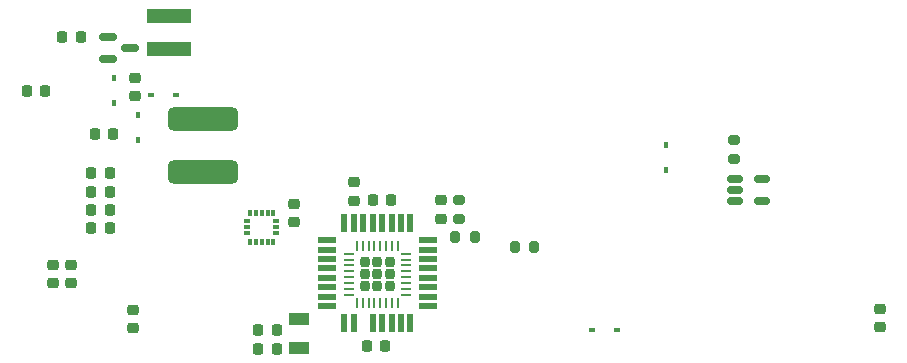
<source format=gbr>
%TF.GenerationSoftware,KiCad,Pcbnew,(6.0.1)*%
%TF.CreationDate,2022-04-20T12:26:56-06:00*%
%TF.ProjectId,SolarGPS,536f6c61-7247-4505-932e-6b696361645f,rev?*%
%TF.SameCoordinates,Original*%
%TF.FileFunction,Paste,Bot*%
%TF.FilePolarity,Positive*%
%FSLAX46Y46*%
G04 Gerber Fmt 4.6, Leading zero omitted, Abs format (unit mm)*
G04 Created by KiCad (PCBNEW (6.0.1)) date 2022-04-20 12:26:56*
%MOMM*%
%LPD*%
G01*
G04 APERTURE LIST*
G04 Aperture macros list*
%AMRoundRect*
0 Rectangle with rounded corners*
0 $1 Rounding radius*
0 $2 $3 $4 $5 $6 $7 $8 $9 X,Y pos of 4 corners*
0 Add a 4 corners polygon primitive as box body*
4,1,4,$2,$3,$4,$5,$6,$7,$8,$9,$2,$3,0*
0 Add four circle primitives for the rounded corners*
1,1,$1+$1,$2,$3*
1,1,$1+$1,$4,$5*
1,1,$1+$1,$6,$7*
1,1,$1+$1,$8,$9*
0 Add four rect primitives between the rounded corners*
20,1,$1+$1,$2,$3,$4,$5,0*
20,1,$1+$1,$4,$5,$6,$7,0*
20,1,$1+$1,$6,$7,$8,$9,0*
20,1,$1+$1,$8,$9,$2,$3,0*%
G04 Aperture macros list end*
%ADD10RoundRect,0.218750X-0.218750X-0.256250X0.218750X-0.256250X0.218750X0.256250X-0.218750X0.256250X0*%
%ADD11RoundRect,0.225000X-0.250000X0.225000X-0.250000X-0.225000X0.250000X-0.225000X0.250000X0.225000X0*%
%ADD12RoundRect,0.218750X0.218750X0.256250X-0.218750X0.256250X-0.218750X-0.256250X0.218750X-0.256250X0*%
%ADD13RoundRect,0.087500X0.087500X-0.187500X0.087500X0.187500X-0.087500X0.187500X-0.087500X-0.187500X0*%
%ADD14RoundRect,0.087500X0.187500X-0.087500X0.187500X0.087500X-0.187500X0.087500X-0.187500X-0.087500X0*%
%ADD15RoundRect,0.200000X-0.275000X0.200000X-0.275000X-0.200000X0.275000X-0.200000X0.275000X0.200000X0*%
%ADD16RoundRect,0.200000X-0.200000X-0.275000X0.200000X-0.275000X0.200000X0.275000X-0.200000X0.275000X0*%
%ADD17RoundRect,0.225000X0.225000X0.250000X-0.225000X0.250000X-0.225000X-0.250000X0.225000X-0.250000X0*%
%ADD18RoundRect,0.207500X0.207500X-0.207500X0.207500X0.207500X-0.207500X0.207500X-0.207500X-0.207500X0*%
%ADD19RoundRect,0.062500X0.062500X-0.375000X0.062500X0.375000X-0.062500X0.375000X-0.062500X-0.375000X0*%
%ADD20RoundRect,0.062500X0.375000X-0.062500X0.375000X0.062500X-0.375000X0.062500X-0.375000X-0.062500X0*%
%ADD21R,0.550000X1.600000*%
%ADD22R,1.600000X0.550000*%
%ADD23RoundRect,0.225000X0.250000X-0.225000X0.250000X0.225000X-0.250000X0.225000X-0.250000X-0.225000X0*%
%ADD24RoundRect,0.225000X-0.225000X-0.250000X0.225000X-0.250000X0.225000X0.250000X-0.225000X0.250000X0*%
%ADD25R,0.600000X0.450000*%
%ADD26RoundRect,0.500000X-2.500000X-0.500000X2.500000X-0.500000X2.500000X0.500000X-2.500000X0.500000X0*%
%ADD27R,0.450000X0.600000*%
%ADD28RoundRect,0.150000X-0.512500X-0.150000X0.512500X-0.150000X0.512500X0.150000X-0.512500X0.150000X0*%
%ADD29RoundRect,0.200000X0.200000X0.275000X-0.200000X0.275000X-0.200000X-0.275000X0.200000X-0.275000X0*%
%ADD30R,3.700000X1.200000*%
%ADD31RoundRect,0.150000X-0.587500X-0.150000X0.587500X-0.150000X0.587500X0.150000X-0.587500X0.150000X0*%
%ADD32R,1.800000X1.000000*%
G04 APERTURE END LIST*
D10*
%TO.C,R3*%
X58612500Y-54800000D03*
X60187500Y-54800000D03*
%TD*%
D11*
%TO.C,C5*%
X127850000Y-77825000D03*
X127850000Y-79375000D03*
%TD*%
D12*
%TO.C,C9*%
X57187500Y-59400000D03*
X55612500Y-59400000D03*
%TD*%
%TO.C,C20*%
X62937500Y-63050000D03*
X61362500Y-63050000D03*
%TD*%
D11*
%TO.C,C26*%
X78200000Y-68925000D03*
X78200000Y-70475000D03*
%TD*%
D13*
%TO.C,U6*%
X76500000Y-72125000D03*
X76000000Y-72125000D03*
X75500000Y-72125000D03*
X75000000Y-72125000D03*
X74500000Y-72125000D03*
D14*
X74275000Y-71400000D03*
X74275000Y-70900000D03*
X74275000Y-70400000D03*
D13*
X74500000Y-69675000D03*
X75000000Y-69675000D03*
X75500000Y-69675000D03*
X76000000Y-69675000D03*
X76500000Y-69675000D03*
D14*
X76725000Y-70400000D03*
X76725000Y-70900000D03*
X76725000Y-71400000D03*
%TD*%
D15*
%TO.C,R7*%
X115500000Y-63525000D03*
X115500000Y-65175000D03*
%TD*%
D16*
%TO.C,TH1*%
X91875000Y-71700000D03*
X93525000Y-71700000D03*
%TD*%
D17*
%TO.C,C10*%
X76775000Y-81200000D03*
X75225000Y-81200000D03*
%TD*%
D18*
%TO.C,U3*%
X86330000Y-74900000D03*
X84270000Y-74900000D03*
X86330000Y-73870000D03*
X86330000Y-75930000D03*
X85300000Y-74900000D03*
X85300000Y-73870000D03*
X84270000Y-73870000D03*
X84270000Y-75930000D03*
X85300000Y-75930000D03*
D19*
X87050000Y-77337500D03*
X86550000Y-77337500D03*
X86050000Y-77337500D03*
X85550000Y-77337500D03*
X85050000Y-77337500D03*
X84550000Y-77337500D03*
X84050000Y-77337500D03*
X83550000Y-77337500D03*
D20*
X82862500Y-76650000D03*
X82862500Y-76150000D03*
X82862500Y-75650000D03*
X82862500Y-75150000D03*
X82862500Y-74650000D03*
X82862500Y-74150000D03*
X82862500Y-73650000D03*
X82862500Y-73150000D03*
D19*
X83550000Y-72462500D03*
X84050000Y-72462500D03*
X84550000Y-72462500D03*
X85050000Y-72462500D03*
X85550000Y-72462500D03*
X86050000Y-72462500D03*
X86550000Y-72462500D03*
X87050000Y-72462500D03*
D20*
X87737500Y-73150000D03*
X87737500Y-73650000D03*
X87737500Y-74150000D03*
X87737500Y-74650000D03*
X87737500Y-75150000D03*
X87737500Y-75650000D03*
X87737500Y-76150000D03*
X87737500Y-76650000D03*
%TD*%
D21*
%TO.C,U4*%
X88100000Y-79050000D03*
X87300000Y-79050000D03*
X86500000Y-79050000D03*
X85700000Y-79050000D03*
X84900000Y-79050000D03*
X83300000Y-79050000D03*
X82500000Y-79050000D03*
D22*
X81050000Y-77600000D03*
X81050000Y-76800000D03*
X81050000Y-76000000D03*
X81050000Y-75200000D03*
X81050000Y-74400000D03*
X81050000Y-73600000D03*
X81050000Y-72800000D03*
X81050000Y-72000000D03*
D21*
X82500000Y-70550000D03*
X83300000Y-70550000D03*
X84100000Y-70550000D03*
X84900000Y-70550000D03*
X85700000Y-70550000D03*
X86500000Y-70550000D03*
X87300000Y-70550000D03*
X88100000Y-70550000D03*
D22*
X89550000Y-72000000D03*
X89550000Y-72800000D03*
X89550000Y-73600000D03*
X89550000Y-74400000D03*
X89550000Y-75200000D03*
X89550000Y-76000000D03*
X89550000Y-76800000D03*
X89550000Y-77600000D03*
%TD*%
D17*
%TO.C,C14*%
X85975000Y-81000000D03*
X84425000Y-81000000D03*
%TD*%
D23*
%TO.C,C21*%
X57800000Y-75625000D03*
X57800000Y-74075000D03*
%TD*%
%TO.C,C17*%
X83300000Y-68675000D03*
X83300000Y-67125000D03*
%TD*%
D24*
%TO.C,C3*%
X61075000Y-70950000D03*
X62625000Y-70950000D03*
%TD*%
D11*
%TO.C,C22*%
X64780000Y-58250000D03*
X64780000Y-59800000D03*
%TD*%
D25*
%TO.C,D1*%
X103450000Y-79650000D03*
X105550000Y-79650000D03*
%TD*%
D26*
%TO.C,C8*%
X70500000Y-66250000D03*
X70500000Y-61750000D03*
%TD*%
D24*
%TO.C,C19*%
X84925000Y-68600000D03*
X86475000Y-68600000D03*
%TD*%
D11*
%TO.C,C2*%
X59350000Y-74075000D03*
X59350000Y-75625000D03*
%TD*%
D27*
%TO.C,D5*%
X65000000Y-61400000D03*
X65000000Y-63500000D03*
%TD*%
D28*
%TO.C,U1*%
X115562500Y-68700000D03*
X115562500Y-67750000D03*
X115562500Y-66800000D03*
X117837500Y-66800000D03*
X117837500Y-68700000D03*
%TD*%
D24*
%TO.C,C16*%
X61075000Y-67900000D03*
X62625000Y-67900000D03*
%TD*%
D27*
%TO.C,D3*%
X109750000Y-66050000D03*
X109750000Y-63950000D03*
%TD*%
%TO.C,D4*%
X63000000Y-60400000D03*
X63000000Y-58300000D03*
%TD*%
D23*
%TO.C,C7*%
X90650000Y-70175000D03*
X90650000Y-68625000D03*
%TD*%
%TO.C,C18*%
X64600000Y-79475000D03*
X64600000Y-77925000D03*
%TD*%
D24*
%TO.C,C6*%
X61075000Y-69450000D03*
X62625000Y-69450000D03*
%TD*%
D29*
%TO.C,R2*%
X98575000Y-72600000D03*
X96925000Y-72600000D03*
%TD*%
D17*
%TO.C,C4*%
X76775000Y-79600000D03*
X75225000Y-79600000D03*
%TD*%
D25*
%TO.C,D6*%
X66150000Y-59750000D03*
X68250000Y-59750000D03*
%TD*%
D30*
%TO.C,L1*%
X67650000Y-53000000D03*
X67650000Y-55800000D03*
%TD*%
D15*
%TO.C,R1*%
X92200000Y-68575000D03*
X92200000Y-70225000D03*
%TD*%
D31*
%TO.C,Q1*%
X62462500Y-56700000D03*
X62462500Y-54800000D03*
X64337500Y-55750000D03*
%TD*%
D32*
%TO.C,Y1*%
X78700000Y-81150000D03*
X78700000Y-78650000D03*
%TD*%
D17*
%TO.C,C15*%
X62625000Y-66350000D03*
X61075000Y-66350000D03*
%TD*%
M02*

</source>
